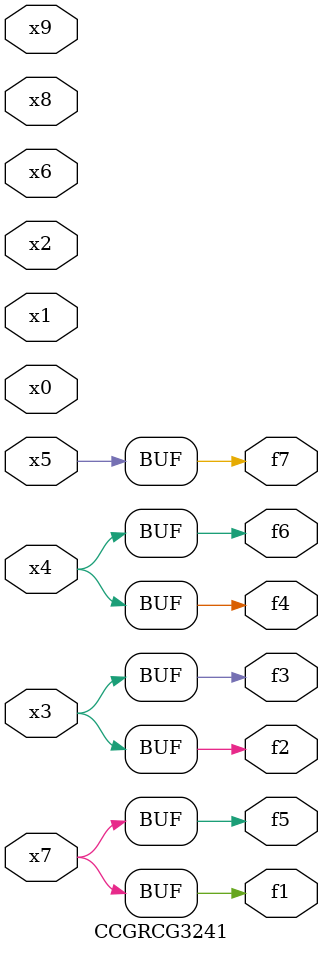
<source format=v>
module CCGRCG3241(
	input x0, x1, x2, x3, x4, x5, x6, x7, x8, x9,
	output f1, f2, f3, f4, f5, f6, f7
);
	assign f1 = x7;
	assign f2 = x3;
	assign f3 = x3;
	assign f4 = x4;
	assign f5 = x7;
	assign f6 = x4;
	assign f7 = x5;
endmodule

</source>
